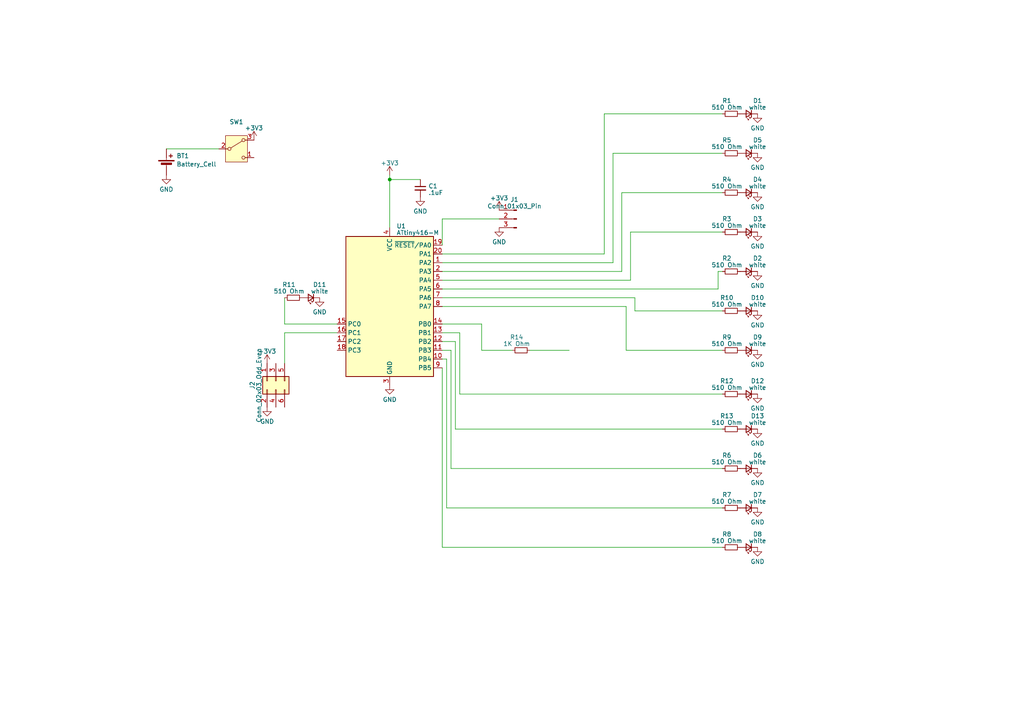
<source format=kicad_sch>
(kicad_sch (version 20231120) (generator "eeschema") (generator_version "8.0")
  (paper "A4")
  (lib_symbols
    (symbol "Connector:Conn_01x03_Pin" (pin_names (offset 1.016) hide)
      (property "Reference" "J" (at 0 5.08 0))
      (property "Value" "Conn_01x03_Pin" (at 0 -5.08 0))
      (symbol "Conn_01x03_Pin_1_1"
        (polyline (pts (xy 1.27 -2.54) (xy 0.8636 -2.54)) (stroke (width 0.1524)))
        (polyline (pts (xy 1.27 0) (xy 0.8636 0)) (stroke (width 0.1524)))
        (polyline (pts (xy 1.27 2.54) (xy 0.8636 2.54)) (stroke (width 0.1524)))
        (rectangle (start 0.8636 -2.413) (end 0 -2.667) (stroke (width 0.1524)) (fill (type outline)))
        (rectangle (start 0.8636 0.127) (end 0 -0.127) (stroke (width 0.1524)) (fill (type outline)))
        (rectangle (start 0.8636 2.667) (end 0 2.413) (stroke (width 0.1524)) (fill (type outline)))
        (pin passive line (at 5.08 2.54 180) (length 3.81) (name "Pin_1") (number "1"))
        (pin passive line (at 5.08 0 180) (length 3.81) (name "Pin_2") (number "2"))
        (pin passive line (at 5.08 -2.54 180) (length 3.81) (name "Pin_3") (number "3"))
      )
    )
    (symbol "Connector_Generic:Conn_02x03_Odd_Even" (pin_names (offset 1.016) hide)
      (property "Reference" "J" (at 1.27 5.08 0))
      (property "Value" "Conn_02x03_Odd_Even" (at 1.27 -5.08 0))
      (symbol "Conn_02x03_Odd_Even_1_1"
        (rectangle (start -1.27 -2.413) (end 0 -2.667) (stroke (width 0.1524)))
        (rectangle (start -1.27 0.127) (end 0 -0.127) (stroke (width 0.1524)))
        (rectangle (start -1.27 2.667) (end 0 2.413) (stroke (width 0.1524)))
        (rectangle (start -1.27 3.81) (end 3.81 -3.81) (stroke (width 0.254)) (fill (type background)))
        (rectangle (start 3.81 -2.413) (end 2.54 -2.667) (stroke (width 0.1524)))
        (rectangle (start 3.81 0.127) (end 2.54 -0.127) (stroke (width 0.1524)))
        (rectangle (start 3.81 2.667) (end 2.54 2.413) (stroke (width 0.1524)))
        (pin passive line (at -5.08 2.54 0) (length 3.81) (name "Pin_1") (number "1"))
        (pin passive line (at 7.62 2.54 180) (length 3.81) (name "Pin_2") (number "2"))
        (pin passive line (at -5.08 0 0) (length 3.81) (name "Pin_3") (number "3"))
        (pin passive line (at 7.62 0 180) (length 3.81) (name "Pin_4") (number "4"))
        (pin passive line (at -5.08 -2.54 0) (length 3.81) (name "Pin_5") (number "5"))
        (pin passive line (at 7.62 -2.54 180) (length 3.81) (name "Pin_6") (number "6"))
      )
    )
    (symbol "Device:Battery_Cell" (pin_numbers hide) (pin_names (offset 0) hide)
      (property "Reference" "BT" (at 2.54 2.54 0))
      (property "Value" "Battery_Cell" (at 2.54 0 0))
      (symbol "Battery_Cell_0_1"
        (rectangle (start -2.286 1.778) (end 2.286 1.524) (fill (type outline)))
        (rectangle (start -1.524 1.016) (end 1.524 0.508) (fill (type outline)))
        (polyline (pts (xy 0 0.762) (xy 0 0)))
        (polyline (pts (xy 0 1.778) (xy 0 2.54)))
        (polyline (pts (xy 0.762 3.048) (xy 1.778 3.048)) (stroke (width 0.254)))
        (polyline (pts (xy 1.27 3.556) (xy 1.27 2.54)) (stroke (width 0.254)))
      )
      (symbol "Battery_Cell_1_1"
        (pin passive line (at 0 5.08 270) (length 2.54) (name "+") (number "1"))
        (pin passive line (at 0 -2.54 90) (length 2.54) (name "-") (number "2"))
      )
    )
    (symbol "Device:C_Small" (pin_numbers hide) (pin_names (offset 0.254) hide)
      (property "Reference" "C" (at 0.254 1.778 0))
      (property "Value" "C_Small" (at 0.254 -2.032 0))
      (symbol "C_Small_0_1"
        (polyline (pts (xy -1.524 -0.508) (xy 1.524 -0.508)) (stroke (width 0.3302)))
        (polyline (pts (xy -1.524 0.508) (xy 1.524 0.508)) (stroke (width 0.3048)))
      )
      (symbol "C_Small_1_1"
        (pin passive line (at 0 2.54 270) (length 2.032) (name "~") (number "1"))
        (pin passive line (at 0 -2.54 90) (length 2.032) (name "~") (number "2"))
      )
    )
    (symbol "Device:LED_Small" (pin_numbers hide) (pin_names (offset 0.254) hide)
      (property "Reference" "D" (at -1.27 3.175 0))
      (property "Value" "LED_Small" (at -4.445 -2.54 0))
      (symbol "LED_Small_0_1"
        (polyline (pts (xy -0.762 -1.016) (xy -0.762 1.016)) (stroke (width 0.254)))
        (polyline (pts (xy 1.016 0) (xy -0.762 0)))
        (polyline (pts (xy 0.762 -1.016) (xy -0.762 0) (xy 0.762 1.016) (xy 0.762 -1.016)) (stroke (width 0.254)))
        (polyline (pts (xy 0 0.762) (xy -0.508 1.27) (xy -0.254 1.27) (xy -0.508 1.27) (xy -0.508 1.016)))
        (polyline (pts (xy 0.508 1.27) (xy 0 1.778) (xy 0.254 1.778) (xy 0 1.778) (xy 0 1.524)))
      )
      (symbol "LED_Small_1_1"
        (pin passive line (at -2.54 0 0) (length 1.778) (name "K") (number "1"))
        (pin passive line (at 2.54 0 180) (length 1.778) (name "A") (number "2"))
      )
    )
    (symbol "Device:R_Small" (pin_numbers hide) (pin_names (offset 0.254) hide)
      (property "Reference" "R" (at 0.762 0.508 0))
      (property "Value" "R_Small" (at 0.762 -1.016 0))
      (symbol "R_Small_0_1"
        (rectangle (start -0.762 1.778) (end 0.762 -1.778) (stroke (width 0.2032)))
      )
      (symbol "R_Small_1_1"
        (pin passive line (at 0 2.54 270) (length 0.762) (name "~") (number "1"))
        (pin passive line (at 0 -2.54 90) (length 0.762) (name "~") (number "2"))
      )
    )
    (symbol "MCU_Microchip_ATtiny:ATtiny416-M"
      (property "Reference" "U" (at -12.7 21.59 0))
      (property "Value" "ATtiny416-M" (at 2.54 -21.59 0))
      (symbol "ATtiny416-M_0_1"
        (rectangle (start -12.7 -20.32) (end 12.7 20.32) (stroke (width 0.254)) (fill (type background)))
      )
      (symbol "ATtiny416-M_1_1"
        (pin bidirectional line (at 15.24 12.7 180) (length 2.54) (name "PA2") (number "1"))
        (pin bidirectional line (at 15.24 -15.24 180) (length 2.54) (name "PB4") (number "10"))
        (pin bidirectional line (at 15.24 -12.7 180) (length 2.54) (name "PB3") (number "11"))
        (pin bidirectional line (at 15.24 -10.16 180) (length 2.54) (name "PB2") (number "12"))
        (pin bidirectional line (at 15.24 -7.62 180) (length 2.54) (name "PB1") (number "13"))
        (pin bidirectional line (at 15.24 -5.08 180) (length 2.54) (name "PB0") (number "14"))
        (pin bidirectional line (at -15.24 -5.08 0) (length 2.54) (name "PC0") (number "15"))
        (pin bidirectional line (at -15.24 -7.62 0) (length 2.54) (name "PC1") (number "16"))
        (pin bidirectional line (at -15.24 -10.16 0) (length 2.54) (name "PC2") (number "17"))
        (pin bidirectional line (at -15.24 -12.7 0) (length 2.54) (name "PC3") (number "18"))
        (pin bidirectional line (at 15.24 17.78 180) (length 2.54) (name "~{RESET}/PA0") (number "19"))
        (pin bidirectional line (at 15.24 10.16 180) (length 2.54) (name "PA3") (number "2"))
        (pin bidirectional line (at 15.24 15.24 180) (length 2.54) (name "PA1") (number "20"))
        (pin passive line (at 0 -22.86 90) (length 2.54) hide (name "GND") (number "21"))
        (pin power_in line (at 0 -22.86 90) (length 2.54) (name "GND") (number "3"))
        (pin power_in line (at 0 22.86 270) (length 2.54) (name "VCC") (number "4"))
        (pin bidirectional line (at 15.24 7.62 180) (length 2.54) (name "PA4") (number "5"))
        (pin bidirectional line (at 15.24 5.08 180) (length 2.54) (name "PA5") (number "6"))
        (pin bidirectional line (at 15.24 2.54 180) (length 2.54) (name "PA6") (number "7"))
        (pin bidirectional line (at 15.24 0 180) (length 2.54) (name "PA7") (number "8"))
        (pin bidirectional line (at 15.24 -17.78 180) (length 2.54) (name "PB5") (number "9"))
      )
    )
    (symbol "Switch:SW_Nidec_CAS-120A1" (pin_names (offset 1) hide)
      (property "Reference" "SW" (at 0 4.318 0))
      (property "Value" "SW_Nidec_CAS-120A1" (at 0 -5.08 0))
      (symbol "SW_Nidec_CAS-120A1_0_1"
        (circle (center -2.032 0) (radius 0.4572))
        (polyline (pts (xy -1.651 0.254) (xy 1.651 2.286)))
        (circle (center 2.032 -2.54) (radius 0.4572))
        (circle (center 2.032 2.54) (radius 0.4572))
      )
      (symbol "SW_Nidec_CAS-120A1_1_1"
        (rectangle (start -3.175 3.81) (end 3.175 -3.81) (fill (type background)))
        (pin passive line (at 5.08 -2.54 180) (length 2.54) (name "C") (number "1"))
        (pin passive line (at -5.08 0 0) (length 2.54) (name "B") (number "2"))
        (pin passive line (at 5.08 2.54 180) (length 2.54) (name "A") (number "3"))
      )
    )
    (symbol "power:+3V3" (power) (pin_names (offset 0))
      (property "Value" "+3V3" (at 0 3.556 0))
      (symbol "+3V3_0_1"
        (polyline (pts (xy -0.762 1.27) (xy 0 2.54)))
        (polyline (pts (xy 0 0) (xy 0 2.54)))
        (polyline (pts (xy 0 2.54) (xy 0.762 1.27)))
      )
      (symbol "+3V3_1_1"
        (pin power_in line (at 0 0 90) (length 0) hide (name "+3V3") (number "1"))
      )
    )
    (symbol "power:GND" (power) (pin_names (offset 0))
      (property "Value" "GND" (at 0 -3.81 0))
      (symbol "GND_0_1"
        (polyline (pts (xy 0 0) (xy 0 -1.27) (xy 1.27 -1.27) (xy 0 -2.54) (xy -1.27 -1.27) (xy 0 -1.27)))
      )
      (symbol "GND_1_1"
        (pin power_in line (at 0 0 270) (length 0) hide (name "GND") (number "1"))
      )
    )
  )
  (junction (at 113.03 52.07))
  (wire (pts (xy 113.03 52.07) (xy 113.03 66.04)))
  (wire (pts (xy 48.26 43.18) (xy 63.5 43.18)))
  (wire (pts (xy 181.61 101.6) (xy 209.55 101.6)))
  (wire (pts (xy 175.26 33.02) (xy 209.55 33.02)))
  (wire (pts (xy 180.34 55.88) (xy 209.55 55.88)))
  (wire (pts (xy 208.28 83.82) (xy 128.27 83.82)))
  (wire (pts (xy 130.81 135.89) (xy 209.55 135.89)))
  (wire (pts (xy 128.27 101.6) (xy 130.81 101.6)))
  (wire (pts (xy 128.27 81.28) (xy 182.88 81.28)))
  (wire (pts (xy 128.27 104.14) (xy 129.54 104.14)))
  (wire (pts (xy 128.27 96.52) (xy 133.35 96.52)))
  (wire (pts (xy 128.27 106.68) (xy 128.27 158.75)))
  (wire (pts (xy 184.15 90.17) (xy 209.55 90.17)))
  (wire (pts (xy 175.26 73.66) (xy 175.26 33.02)))
  (wire (pts (xy 181.61 88.9) (xy 181.61 101.6)))
  (wire (pts (xy 139.7 93.98) (xy 139.7 101.6)))
  (wire (pts (xy 82.55 93.98) (xy 97.79 93.98)))
  (wire (pts (xy 82.55 86.36) (xy 82.55 93.98)))
  (wire (pts (xy 177.8 76.2) (xy 177.8 44.45)))
  (wire (pts (xy 139.7 101.6) (xy 148.59 101.6)))
  (wire (pts (xy 82.55 96.52) (xy 97.79 96.52)))
  (wire (pts (xy 182.88 67.31) (xy 209.55 67.31)))
  (wire (pts (xy 113.03 50.8) (xy 113.03 52.07)))
  (wire (pts (xy 128.27 78.74) (xy 180.34 78.74)))
  (wire (pts (xy 128.27 93.98) (xy 139.7 93.98)))
  (wire (pts (xy 128.27 99.06) (xy 132.08 99.06)))
  (wire (pts (xy 113.03 52.07) (xy 121.92 52.07)))
  (wire (pts (xy 128.27 86.36) (xy 184.15 86.36)))
  (wire (pts (xy 184.15 86.36) (xy 184.15 90.17)))
  (wire (pts (xy 208.28 78.74) (xy 208.28 83.82)))
  (wire (pts (xy 208.28 78.74) (xy 209.55 78.74)))
  (wire (pts (xy 128.27 63.5) (xy 144.78 63.5)))
  (wire (pts (xy 209.55 158.75) (xy 128.27 158.75)))
  (wire (pts (xy 177.8 44.45) (xy 209.55 44.45)))
  (wire (pts (xy 128.27 73.66) (xy 175.26 73.66)))
  (wire (pts (xy 209.55 147.32) (xy 129.54 147.32)))
  (wire (pts (xy 128.27 76.2) (xy 177.8 76.2)))
  (wire (pts (xy 132.08 99.06) (xy 132.08 124.46)))
  (wire (pts (xy 133.35 114.3) (xy 209.55 114.3)))
  (wire (pts (xy 180.34 78.74) (xy 180.34 55.88)))
  (wire (pts (xy 128.27 71.12) (xy 128.27 63.5)))
  (wire (pts (xy 153.67 101.6) (xy 165.1 101.6)))
  (wire (pts (xy 130.81 101.6) (xy 130.81 135.89)))
  (wire (pts (xy 182.88 81.28) (xy 182.88 67.31)))
  (wire (pts (xy 82.55 96.52) (xy 82.55 105.41)))
  (wire (pts (xy 133.35 96.52) (xy 133.35 114.3)))
  (wire (pts (xy 128.27 88.9) (xy 181.61 88.9)))
  (wire (pts (xy 129.54 104.14) (xy 129.54 147.32)))
  (wire (pts (xy 132.08 124.46) (xy 209.55 124.46)))
  (symbol (lib_id "power:GND") (at 219.71 78.74 0) (unit 1)
    (property "Reference" "#PWR010" (effects (hide yes)))
    (property "Value" "GND" (at 219.71 82.8755 0))
  )
  (symbol (lib_id "Device:LED_Small") (at 217.17 78.74 180) (unit 1)
    (property "Reference" "D2" (at 219.71 74.93 0))
    (property "Value" "white" (at 219.71 76.851 0))
    (property "Footprint" "LED_SMD:LED_0603_1608Metric" (effects (hide yes)))
  )
  (symbol (lib_id "Device:LED_Small") (at 217.17 55.88 180) (unit 1)
    (property "Reference" "D4" (at 219.71 52.07 0))
    (property "Value" "white" (at 219.71 53.991 0))
    (property "Footprint" "LED_SMD:LED_0603_1608Metric" (effects (hide yes)))
  )
  (symbol (lib_id "Connector:Conn_01x03_Pin") (at 149.86 63.5 0) (mirror y) (unit 1)
    (property "Reference" "J1" (at 149.225 57.8739 0))
    (property "Value" "Conn_01x03_Pin" (at 149.225 59.7949 0))
    (property "Footprint" "Connector_PinHeader_2.54mm:PinHeader_1x03_P2.54mm_Vertical" (effects (hide yes)))
  )
  (symbol (lib_id "Device:C_Small") (at 121.92 54.61 0) (unit 1)
    (property "Reference" "C1" (at 124.2441 53.9726 0) (effects (justify left)))
    (property "Value" ".1uF" (at 124.2441 55.8936 0) (effects (justify left)))
    (property "Footprint" "Capacitor_SMD:C_0603_1608Metric" (effects (hide yes)))
  )
  (symbol (lib_id "Switch:SW_Nidec_CAS-120A1") (at 68.58 43.18 0) (unit 1)
    (property "Reference" "SW1" (at 68.58 35.3525 0))
    (property "Value" "SW_Nidec_CAS-120A1" (effects (hide yes)))
    (property "Footprint" "Button_Switch_SMD:Nidec_Copal_CAS-120A" (effects (hide yes)))
    (property "Datasheet" "https://www.nidec-components.com/e/catalog/switch/cas.pdf" (effects (hide yes)))
    (property "Description" "Switch, single pole double throw" (effects (hide yes)))
  )
  (symbol (lib_id "Device:LED_Small") (at 217.17 124.46 180) (unit 1)
    (property "Reference" "D13" (at 219.71 120.65 0))
    (property "Value" "white" (at 219.71 122.571 0))
    (property "Footprint" "LED_SMD:LED_0603_1608Metric" (effects (hide yes)))
  )
  (symbol (lib_id "power:GND") (at 219.71 101.6 0) (unit 1)
    (property "Reference" "#PWR017" (effects (hide yes)))
    (property "Value" "GND" (at 219.71 105.7355 0))
  )
  (symbol (lib_id "power:+3V3") (at 144.78 60.96 0) (unit 1)
    (property "Reference" "#PWR06" (effects (hide yes)))
    (property "Value" "+3V3" (at 144.78 57.4581 0))
  )
  (symbol (lib_id "power:GND") (at 219.71 33.02 0) (unit 1)
    (property "Reference" "#PWR08" (effects (hide yes)))
    (property "Value" "GND" (at 219.71 37.1555 0))
  )
  (symbol (lib_id "Device:R_Small") (at 212.09 135.89 90) (unit 1)
    (property "Reference" "R6" (at 210.82 132.08 90))
    (property "Value" "510 Ohm" (at 210.82 134.001 90))
    (property "Footprint" "Resistor_SMD:R_0603_1608Metric" (effects (hide yes)))
  )
  (symbol (lib_id "Device:LED_Small") (at 90.17 86.36 180) (unit 1)
    (property "Reference" "D11" (at 92.71 82.55 0))
    (property "Value" "white" (at 92.71 84.471 0))
    (property "Footprint" "LED_SMD:LED_0603_1608Metric" (effects (hide yes)))
  )
  (symbol (lib_id "power:GND") (at 144.78 66.04 0) (unit 1)
    (property "Reference" "#PWR04" (effects (hide yes)))
    (property "Value" "GND" (at 144.78 70.1755 0))
  )
  (symbol (lib_id "Device:R_Small") (at 212.09 158.75 90) (unit 1)
    (property "Reference" "R8" (at 210.82 154.94 90))
    (property "Value" "510 Ohm" (at 210.82 156.861 90))
    (property "Footprint" "Resistor_SMD:R_0603_1608Metric" (effects (hide yes)))
  )
  (symbol (lib_id "power:GND") (at 219.71 124.46 0) (unit 1)
    (property "Reference" "#PWR021" (effects (hide yes)))
    (property "Value" "GND" (at 219.71 128.5955 0))
  )
  (symbol (lib_id "power:GND") (at 219.71 147.32 0) (unit 1)
    (property "Reference" "#PWR015" (effects (hide yes)))
    (property "Value" "GND" (at 219.71 151.4555 0))
  )
  (symbol (lib_id "power:+3V3") (at 73.66 40.64 0) (unit 1)
    (property "Reference" "#PWR022" (effects (hide yes)))
    (property "Value" "+3V3" (at 73.66 37.1381 0))
  )
  (symbol (lib_id "Device:R_Small") (at 212.09 55.88 90) (unit 1)
    (property "Reference" "R4" (at 210.82 52.07 90))
    (property "Value" "510 Ohm" (at 210.82 53.991 90))
    (property "Footprint" "Resistor_SMD:R_0603_1608Metric" (effects (hide yes)))
  )
  (symbol (lib_id "Device:R_Small") (at 212.09 114.3 90) (unit 1)
    (property "Reference" "R12" (at 210.82 110.49 90))
    (property "Value" "510 Ohm" (at 210.82 112.411 90))
    (property "Footprint" "Resistor_SMD:R_0603_1608Metric" (effects (hide yes)))
  )
  (symbol (lib_id "Device:LED_Small") (at 217.17 44.45 180) (unit 1)
    (property "Reference" "D5" (at 219.71 40.64 0))
    (property "Value" "white" (at 219.71 42.561 0))
    (property "Footprint" "LED_SMD:LED_0603_1608Metric" (effects (hide yes)))
  )
  (symbol (lib_id "Device:LED_Small") (at 217.17 114.3 180) (unit 1)
    (property "Reference" "D12" (at 219.71 110.49 0))
    (property "Value" "white" (at 219.71 112.411 0))
    (property "Footprint" "LED_SMD:LED_0603_1608Metric" (effects (hide yes)))
  )
  (symbol (lib_id "Device:R_Small") (at 212.09 44.45 90) (unit 1)
    (property "Reference" "R5" (at 210.82 40.64 90))
    (property "Value" "510 Ohm" (at 210.82 42.561 90))
    (property "Footprint" "Resistor_SMD:R_0603_1608Metric" (effects (hide yes)))
  )
  (symbol (lib_id "Device:R_Small") (at 212.09 101.6 90) (unit 1)
    (property "Reference" "R9" (at 210.82 97.79 90))
    (property "Value" "510 Ohm" (at 210.82 99.711 90))
    (property "Footprint" "Resistor_SMD:R_0603_1608Metric" (effects (hide yes)))
  )
  (symbol (lib_id "Device:R_Small") (at 212.09 33.02 90) (unit 1)
    (property "Reference" "R1" (at 210.82 29.21 90))
    (property "Value" "510 Ohm" (at 210.82 31.131 90))
    (property "Footprint" "Resistor_SMD:R_0603_1608Metric" (effects (hide yes)))
  )
  (symbol (lib_id "Device:R_Small") (at 212.09 147.32 90) (unit 1)
    (property "Reference" "R7" (at 210.82 143.51 90))
    (property "Value" "510 Ohm" (at 210.82 145.431 90))
    (property "Footprint" "Resistor_SMD:R_0603_1608Metric" (effects (hide yes)))
  )
  (symbol (lib_id "Device:R_Small") (at 212.09 67.31 90) (unit 1)
    (property "Reference" "R3" (at 210.82 63.5 90))
    (property "Value" "510 Ohm" (at 210.82 65.421 90))
    (property "Footprint" "Resistor_SMD:R_0603_1608Metric" (effects (hide yes)))
  )
  (symbol (lib_id "power:+3V3") (at 77.47 105.41 0) (unit 1)
    (property "Reference" "#PWR07" (effects (hide yes)))
    (property "Value" "+3V3" (at 77.47 101.9081 0))
  )
  (symbol (lib_id "power:+3V3") (at 113.03 50.8 0) (unit 1)
    (property "Reference" "#PWR02" (effects (hide yes)))
    (property "Value" "+3V3" (at 113.03 47.2981 0))
  )
  (symbol (lib_id "power:GND") (at 219.71 90.17 0) (unit 1)
    (property "Reference" "#PWR018" (effects (hide yes)))
    (property "Value" "GND" (at 219.71 94.3055 0))
  )
  (symbol (lib_id "Device:LED_Small") (at 217.17 135.89 180) (unit 1)
    (property "Reference" "D6" (at 219.71 132.08 0))
    (property "Value" "white" (at 219.71 134.001 0))
    (property "Footprint" "LED_SMD:LED_0603_1608Metric" (effects (hide yes)))
  )
  (symbol (lib_id "Device:R_Small") (at 212.09 78.74 90) (unit 1)
    (property "Reference" "R2" (at 210.82 74.93 90))
    (property "Value" "510 Ohm" (at 210.82 76.851 90))
    (property "Footprint" "Resistor_SMD:R_0603_1608Metric" (effects (hide yes)))
  )
  (symbol (lib_id "Device:LED_Small") (at 217.17 90.17 180) (unit 1)
    (property "Reference" "D10" (at 219.71 86.36 0))
    (property "Value" "white" (at 219.71 88.281 0))
    (property "Footprint" "LED_SMD:LED_0603_1608Metric" (effects (hide yes)))
  )
  (symbol (lib_id "power:GND") (at 219.71 44.45 0) (unit 1)
    (property "Reference" "#PWR013" (effects (hide yes)))
    (property "Value" "GND" (at 219.71 48.5855 0))
  )
  (symbol (lib_id "power:GND") (at 121.92 57.15 0) (unit 1)
    (property "Reference" "#PWR03" (effects (hide yes)))
    (property "Value" "GND" (at 121.92 61.2855 0))
  )
  (symbol (lib_id "power:GND") (at 219.71 67.31 0) (unit 1)
    (property "Reference" "#PWR011" (effects (hide yes)))
    (property "Value" "GND" (at 219.71 71.4455 0))
  )
  (symbol (lib_id "power:GND") (at 219.71 55.88 0) (unit 1)
    (property "Reference" "#PWR012" (effects (hide yes)))
    (property "Value" "GND" (at 219.71 60.0155 0))
  )
  (symbol (lib_id "Device:R_Small") (at 151.13 101.6 90) (unit 1)
    (property "Reference" "R14" (at 149.86 97.79 90))
    (property "Value" "1K Ohm" (at 149.86 99.711 90))
    (property "Footprint" "Resistor_SMD:R_0603_1608Metric" (effects (hide yes)))
  )
  (symbol (lib_id "power:GND") (at 48.26 50.8 0) (unit 1)
    (property "Reference" "#PWR09" (effects (hide yes)))
    (property "Value" "GND" (at 48.26 54.9355 0))
  )
  (symbol (lib_id "Device:R_Small") (at 212.09 90.17 90) (unit 1)
    (property "Reference" "R10" (at 210.82 86.36 90))
    (property "Value" "510 Ohm" (at 210.82 88.281 90))
    (property "Footprint" "Resistor_SMD:R_0603_1608Metric" (effects (hide yes)))
  )
  (symbol (lib_id "Device:LED_Small") (at 217.17 67.31 180) (unit 1)
    (property "Reference" "D3" (at 219.71 63.5 0))
    (property "Value" "white" (at 219.71 65.421 0))
    (property "Footprint" "LED_SMD:LED_0603_1608Metric" (effects (hide yes)))
  )
  (symbol (lib_id "MCU_Microchip_ATtiny:ATtiny416-M") (at 113.03 88.9 0) (unit 1)
    (property "Reference" "U1" (at 114.9859 65.5701 0) (effects (justify left)))
    (property "Value" "ATtiny416-M" (at 114.9859 67.4911 0) (effects (justify left)))
    (property "Footprint" "Package_DFN_QFN:VQFN-20-1EP_3x3mm_P0.4mm_EP1.7x1.7mm" (effects (hide yes)))
    (property "Datasheet" "http://ww1.microchip.com/downloads/en/DeviceDoc/40001913A.pdf" (effects (hide yes)))
  )
  (symbol (lib_id "Device:R_Small") (at 85.09 86.36 90) (unit 1)
    (property "Reference" "R11" (at 83.82 82.55 90))
    (property "Value" "510 Ohm" (at 83.82 84.471 90))
    (property "Footprint" "Resistor_SMD:R_0603_1608Metric" (effects (hide yes)))
  )
  (symbol (lib_id "Device:R_Small") (at 212.09 124.46 90) (unit 1)
    (property "Reference" "R13" (at 210.82 120.65 90))
    (property "Value" "510 Ohm" (at 210.82 122.571 90))
    (property "Footprint" "Resistor_SMD:R_0603_1608Metric" (effects (hide yes)))
  )
  (symbol (lib_id "power:GND") (at 219.71 158.75 0) (unit 1)
    (property "Reference" "#PWR016" (effects (hide yes)))
    (property "Value" "GND" (at 219.71 162.8855 0))
  )
  (symbol (lib_id "power:GND") (at 219.71 135.89 0) (unit 1)
    (property "Reference" "#PWR014" (effects (hide yes)))
    (property "Value" "GND" (at 219.71 140.0255 0))
  )
  (symbol (lib_id "power:GND") (at 77.47 118.11 0) (unit 1)
    (property "Reference" "#PWR05" (effects (hide yes)))
    (property "Value" "GND" (at 77.47 122.2455 0))
  )
  (symbol (lib_id "power:GND") (at 219.71 114.3 0) (unit 1)
    (property "Reference" "#PWR020" (effects (hide yes)))
    (property "Value" "GND" (at 219.71 118.4355 0))
  )
  (symbol (lib_id "Device:LED_Small") (at 217.17 33.02 180) (unit 1)
    (property "Reference" "D1" (at 219.71 29.21 0))
    (property "Value" "white" (at 219.71 31.131 0))
    (property "Footprint" "LED_SMD:LED_0603_1608Metric" (effects (hide yes)))
  )
  (symbol (lib_id "Device:LED_Small") (at 217.17 101.6 180) (unit 1)
    (property "Reference" "D9" (at 219.71 97.79 0))
    (property "Value" "white" (at 219.71 99.711 0))
    (property "Footprint" "LED_SMD:LED_0603_1608Metric" (effects (hide yes)))
  )
  (symbol (lib_id "Connector_Generic:Conn_02x03_Odd_Even") (at 80.01 110.49 90) (mirror x) (unit 1)
    (property "Reference" "J2" (at 73.1901 111.76 0))
    (property "Value" "Conn_02x03_Odd_Even" (at 75.1111 111.76 0))
    (property "Footprint" "Connector_PinHeader_2.54mm:PinHeader_2x03_P2.54mm_Vertical" (effects (hide yes)))
  )
  (symbol (lib_id "Device:LED_Small") (at 217.17 158.75 180) (unit 1)
    (property "Reference" "D8" (at 219.71 154.94 0))
    (property "Value" "white" (at 219.71 156.861 0))
    (property "Footprint" "LED_SMD:LED_0603_1608Metric" (effects (hide yes)))
  )
  (symbol (lib_id "power:GND") (at 113.03 111.76 0) (unit 1)
    (property "Reference" "#PWR01" (effects (hide yes)))
    (property "Value" "GND" (at 113.03 115.8955 0))
  )
  (symbol (lib_id "Device:LED_Small") (at 217.17 147.32 180) (unit 1)
    (property "Reference" "D7" (at 219.71 143.51 0))
    (property "Value" "white" (at 219.71 145.431 0))
    (property "Footprint" "LED_SMD:LED_0603_1608Metric" (effects (hide yes)))
  )
  (symbol (lib_id "Device:Battery_Cell") (at 48.26 48.26 0) (unit 1)
    (property "Reference" "BT1" (at 51.181 45.2063 0) (effects (justify left)))
    (property "Value" "Battery_Cell" (at 51.181 47.6306 0) (effects (justify left)))
    (property "Description" "Single-cell battery" (effects (hide yes)))
  )
  (symbol (lib_id "power:GND") (at 92.71 86.36 0) (unit 1)
    (property "Reference" "#PWR019" (effects (hide yes)))
    (property "Value" "GND" (at 92.71 90.4955 0))
  )
)
</source>
